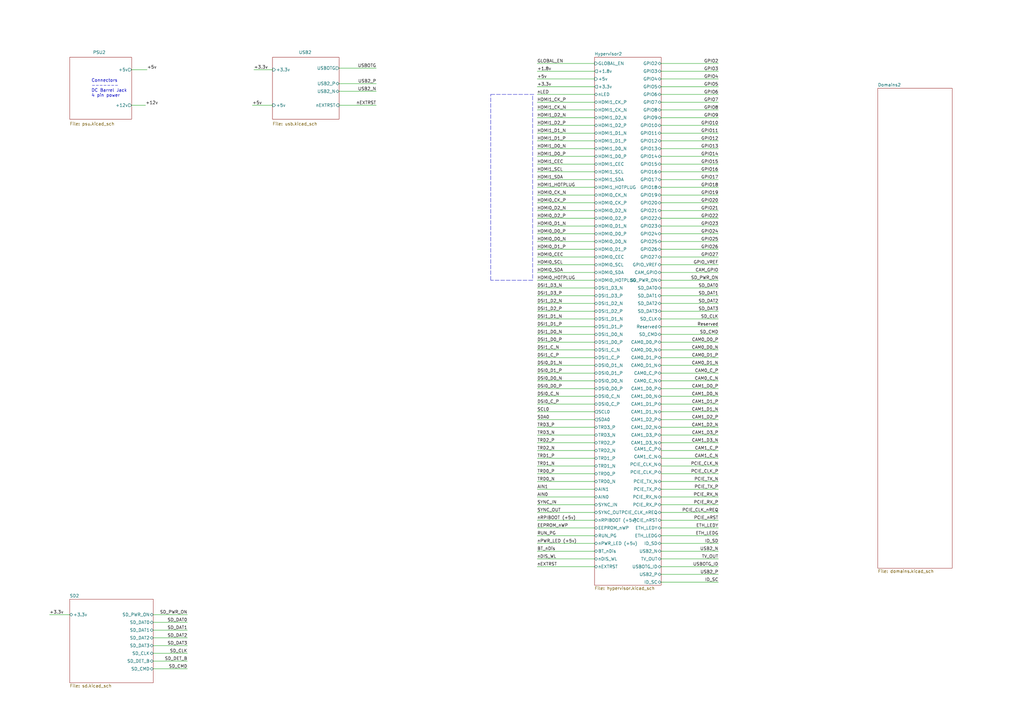
<source format=kicad_sch>
(kicad_sch (version 20210126) (generator eeschema)
  (paper "A3")
  (lib_symbols)
  (wire (pts (xy 20.32 252.095) (xy 28.575 252.095)))
  (wire (pts (xy 53.975 28.575) (xy 60.325 28.575)))
  (wire (pts (xy 53.975 43.18) (xy 59.69 43.18)))
  (wire (pts (xy 62.865 252.095) (xy 76.835 252.095)))
  (wire (pts (xy 62.865 255.27) (xy 76.835 255.27)))
  (wire (pts (xy 62.865 258.445) (xy 76.835 258.445)))
  (wire (pts (xy 62.865 261.62) (xy 76.835 261.62)))
  (wire (pts (xy 62.865 264.795) (xy 76.835 264.795)))
  (wire (pts (xy 62.865 267.97) (xy 76.835 267.97)))
  (wire (pts (xy 62.865 271.145) (xy 76.835 271.145)))
  (wire (pts (xy 62.865 274.32) (xy 76.835 274.32)))
  (wire (pts (xy 103.505 43.18) (xy 111.76 43.18)))
  (wire (pts (xy 104.14 28.575) (xy 111.76 28.575)))
  (wire (pts (xy 139.065 27.94) (xy 154.305 27.94)))
  (wire (pts (xy 139.065 34.29) (xy 154.305 34.29)))
  (wire (pts (xy 139.065 37.465) (xy 154.305 37.465)))
  (wire (pts (xy 139.065 43.18) (xy 154.305 43.18)))
  (wire (pts (xy 220.345 232.41) (xy 243.84 232.41)))
  (wire (pts (xy 243.84 26.035) (xy 220.345 26.035)))
  (wire (pts (xy 243.84 29.21) (xy 220.345 29.21)))
  (wire (pts (xy 243.84 32.385) (xy 220.345 32.385)))
  (wire (pts (xy 243.84 35.56) (xy 220.345 35.56)))
  (wire (pts (xy 243.84 38.735) (xy 220.345 38.735)))
  (wire (pts (xy 243.84 41.91) (xy 220.345 41.91)))
  (wire (pts (xy 243.84 45.085) (xy 220.345 45.085)))
  (wire (pts (xy 243.84 48.26) (xy 220.345 48.26)))
  (wire (pts (xy 243.84 51.435) (xy 220.345 51.435)))
  (wire (pts (xy 243.84 54.61) (xy 220.345 54.61)))
  (wire (pts (xy 243.84 57.785) (xy 220.345 57.785)))
  (wire (pts (xy 243.84 60.96) (xy 220.345 60.96)))
  (wire (pts (xy 243.84 64.135) (xy 220.345 64.135)))
  (wire (pts (xy 243.84 67.31) (xy 220.345 67.31)))
  (wire (pts (xy 243.84 70.485) (xy 220.345 70.485)))
  (wire (pts (xy 243.84 73.66) (xy 220.345 73.66)))
  (wire (pts (xy 243.84 76.835) (xy 220.345 76.835)))
  (wire (pts (xy 243.84 80.01) (xy 220.345 80.01)))
  (wire (pts (xy 243.84 83.185) (xy 220.345 83.185)))
  (wire (pts (xy 243.84 86.36) (xy 220.345 86.36)))
  (wire (pts (xy 243.84 89.535) (xy 220.345 89.535)))
  (wire (pts (xy 243.84 92.71) (xy 220.345 92.71)))
  (wire (pts (xy 243.84 95.885) (xy 220.345 95.885)))
  (wire (pts (xy 243.84 99.06) (xy 220.345 99.06)))
  (wire (pts (xy 243.84 102.235) (xy 220.345 102.235)))
  (wire (pts (xy 243.84 105.41) (xy 220.345 105.41)))
  (wire (pts (xy 243.84 108.585) (xy 220.345 108.585)))
  (wire (pts (xy 243.84 111.76) (xy 220.345 111.76)))
  (wire (pts (xy 243.84 114.935) (xy 220.345 114.935)))
  (wire (pts (xy 243.84 118.11) (xy 220.345 118.11)))
  (wire (pts (xy 243.84 121.285) (xy 220.345 121.285)))
  (wire (pts (xy 243.84 124.46) (xy 220.345 124.46)))
  (wire (pts (xy 243.84 127.635) (xy 220.345 127.635)))
  (wire (pts (xy 243.84 130.81) (xy 220.345 130.81)))
  (wire (pts (xy 243.84 133.985) (xy 220.345 133.985)))
  (wire (pts (xy 243.84 137.16) (xy 220.345 137.16)))
  (wire (pts (xy 243.84 140.335) (xy 220.345 140.335)))
  (wire (pts (xy 243.84 143.51) (xy 220.345 143.51)))
  (wire (pts (xy 243.84 146.685) (xy 220.345 146.685)))
  (wire (pts (xy 243.84 149.86) (xy 220.345 149.86)))
  (wire (pts (xy 243.84 153.035) (xy 220.345 153.035)))
  (wire (pts (xy 243.84 156.21) (xy 220.345 156.21)))
  (wire (pts (xy 243.84 159.385) (xy 220.345 159.385)))
  (wire (pts (xy 243.84 162.56) (xy 220.345 162.56)))
  (wire (pts (xy 243.84 165.735) (xy 220.345 165.735)))
  (wire (pts (xy 243.84 168.91) (xy 220.345 168.91)))
  (wire (pts (xy 243.84 172.085) (xy 220.345 172.085)))
  (wire (pts (xy 243.84 175.26) (xy 220.345 175.26)))
  (wire (pts (xy 243.84 178.435) (xy 220.345 178.435)))
  (wire (pts (xy 243.84 181.61) (xy 220.345 181.61)))
  (wire (pts (xy 243.84 184.785) (xy 220.345 184.785)))
  (wire (pts (xy 243.84 187.96) (xy 220.345 187.96)))
  (wire (pts (xy 243.84 191.135) (xy 220.345 191.135)))
  (wire (pts (xy 243.84 194.31) (xy 220.345 194.31)))
  (wire (pts (xy 243.84 197.485) (xy 220.345 197.485)))
  (wire (pts (xy 243.84 200.66) (xy 220.345 200.66)))
  (wire (pts (xy 243.84 203.835) (xy 220.345 203.835)))
  (wire (pts (xy 243.84 207.01) (xy 220.345 207.01)))
  (wire (pts (xy 243.84 210.185) (xy 220.345 210.185)))
  (wire (pts (xy 243.84 213.36) (xy 220.345 213.36)))
  (wire (pts (xy 243.84 216.535) (xy 220.345 216.535)))
  (wire (pts (xy 243.84 219.71) (xy 220.345 219.71)))
  (wire (pts (xy 243.84 222.885) (xy 220.345 222.885)))
  (wire (pts (xy 243.84 226.06) (xy 220.345 226.06)))
  (wire (pts (xy 243.84 229.235) (xy 220.345 229.235)))
  (wire (pts (xy 271.145 26.035) (xy 294.64 26.035)))
  (wire (pts (xy 271.145 29.21) (xy 294.64 29.21)))
  (wire (pts (xy 271.145 32.385) (xy 294.64 32.385)))
  (wire (pts (xy 271.145 35.56) (xy 294.64 35.56)))
  (wire (pts (xy 271.145 38.735) (xy 294.64 38.735)))
  (wire (pts (xy 271.145 41.91) (xy 294.64 41.91)))
  (wire (pts (xy 271.145 45.085) (xy 294.64 45.085)))
  (wire (pts (xy 271.145 48.26) (xy 294.64 48.26)))
  (wire (pts (xy 271.145 51.435) (xy 294.64 51.435)))
  (wire (pts (xy 271.145 54.61) (xy 294.64 54.61)))
  (wire (pts (xy 271.145 57.785) (xy 294.64 57.785)))
  (wire (pts (xy 271.145 60.96) (xy 294.64 60.96)))
  (wire (pts (xy 271.145 64.135) (xy 294.64 64.135)))
  (wire (pts (xy 271.145 67.31) (xy 294.64 67.31)))
  (wire (pts (xy 271.145 70.485) (xy 294.64 70.485)))
  (wire (pts (xy 271.145 73.66) (xy 294.64 73.66)))
  (wire (pts (xy 271.145 76.835) (xy 294.64 76.835)))
  (wire (pts (xy 271.145 80.01) (xy 294.64 80.01)))
  (wire (pts (xy 271.145 83.185) (xy 294.64 83.185)))
  (wire (pts (xy 271.145 86.36) (xy 294.64 86.36)))
  (wire (pts (xy 271.145 89.535) (xy 294.64 89.535)))
  (wire (pts (xy 271.145 92.71) (xy 294.64 92.71)))
  (wire (pts (xy 271.145 95.885) (xy 294.64 95.885)))
  (wire (pts (xy 271.145 99.06) (xy 294.64 99.06)))
  (wire (pts (xy 271.145 102.235) (xy 294.64 102.235)))
  (wire (pts (xy 271.145 105.41) (xy 294.64 105.41)))
  (wire (pts (xy 271.145 108.585) (xy 294.64 108.585)))
  (wire (pts (xy 271.145 111.76) (xy 294.64 111.76)))
  (wire (pts (xy 271.145 114.935) (xy 294.64 114.935)))
  (wire (pts (xy 271.145 118.11) (xy 294.64 118.11)))
  (wire (pts (xy 271.145 121.285) (xy 294.64 121.285)))
  (wire (pts (xy 271.145 124.46) (xy 294.64 124.46)))
  (wire (pts (xy 271.145 127.635) (xy 294.64 127.635)))
  (wire (pts (xy 271.145 130.81) (xy 294.64 130.81)))
  (wire (pts (xy 271.145 133.985) (xy 294.64 133.985)))
  (wire (pts (xy 271.145 137.16) (xy 294.64 137.16)))
  (wire (pts (xy 271.145 140.335) (xy 294.64 140.335)))
  (wire (pts (xy 271.145 143.51) (xy 294.64 143.51)))
  (wire (pts (xy 271.145 146.685) (xy 294.64 146.685)))
  (wire (pts (xy 271.145 149.86) (xy 294.64 149.86)))
  (wire (pts (xy 271.145 153.035) (xy 294.64 153.035)))
  (wire (pts (xy 271.145 156.21) (xy 294.64 156.21)))
  (wire (pts (xy 271.145 159.385) (xy 294.64 159.385)))
  (wire (pts (xy 271.145 162.56) (xy 294.64 162.56)))
  (wire (pts (xy 271.145 165.735) (xy 294.64 165.735)))
  (wire (pts (xy 271.145 168.91) (xy 294.64 168.91)))
  (wire (pts (xy 271.145 172.085) (xy 294.64 172.085)))
  (wire (pts (xy 271.145 175.26) (xy 294.64 175.26)))
  (wire (pts (xy 271.145 178.435) (xy 294.64 178.435)))
  (wire (pts (xy 271.145 181.61) (xy 294.64 181.61)))
  (wire (pts (xy 271.145 184.785) (xy 294.64 184.785)))
  (wire (pts (xy 271.145 187.96) (xy 294.64 187.96)))
  (wire (pts (xy 271.145 191.135) (xy 294.64 191.135)))
  (wire (pts (xy 271.145 194.31) (xy 294.64 194.31)))
  (wire (pts (xy 271.145 197.485) (xy 294.64 197.485)))
  (wire (pts (xy 271.145 200.66) (xy 294.64 200.66)))
  (wire (pts (xy 271.145 203.835) (xy 294.64 203.835)))
  (wire (pts (xy 271.145 207.01) (xy 294.64 207.01)))
  (wire (pts (xy 271.145 210.185) (xy 294.64 210.185)))
  (wire (pts (xy 271.145 213.36) (xy 294.64 213.36)))
  (wire (pts (xy 271.145 216.535) (xy 294.64 216.535)))
  (wire (pts (xy 271.145 219.71) (xy 294.64 219.71)))
  (wire (pts (xy 271.145 222.885) (xy 294.64 222.885)))
  (wire (pts (xy 271.145 226.06) (xy 294.64 226.06)))
  (wire (pts (xy 271.145 229.235) (xy 294.64 229.235)))
  (wire (pts (xy 271.145 232.41) (xy 294.64 232.41)))
  (wire (pts (xy 271.145 235.585) (xy 294.64 235.585)))
  (wire (pts (xy 271.145 238.76) (xy 294.64 238.76)))
  (polyline (pts (xy 201.295 38.735) (xy 219.075 38.735)) (stroke (width 0) (type dash)))
  (polyline (pts (xy 201.295 114.935) (xy 201.295 38.735)) (stroke (width 0) (type dash)))
  (polyline (pts (xy 218.44 39.37) (xy 218.44 114.935)) (stroke (width 0) (type dash)))
  (polyline (pts (xy 218.44 114.935) (xy 201.295 114.935)) (stroke (width 0) (type dash)))
  (text "Connectors\n-------\nDC Barrel Jack\n4 pin power" (at 37.465 40.005 0) (effects (font (size 1.27 1.27)) (justify left bottom)))
  (label "+3.3v" (at 20.32 252.095 0))
  (label "+12v" (at 59.69 43.18 0))
  (label "+5v" (at 60.325 28.575 0))
  (label "SD_PWR_ON" (at 76.835 252.095 180))
  (label "SD_DAT0" (at 76.835 255.27 180))
  (label "SD_DAT1" (at 76.835 258.445 180))
  (label "SD_DAT2" (at 76.835 261.62 180))
  (label "SD_DAT3" (at 76.835 264.795 180))
  (label "SD_CLK" (at 76.835 267.97 180))
  (label "SD_DET_B" (at 76.835 271.145 180))
  (label "SD_CMD" (at 76.835 274.32 180))
  (label "+5v" (at 103.505 43.18 0))
  (label "+3.3v" (at 104.14 28.575 0))
  (label "USBOTG" (at 154.305 27.94 180))
  (label "USB2_P" (at 154.305 34.29 180))
  (label "USB2_N" (at 154.305 37.465 180))
  (label "nEXTRST" (at 154.305 43.18 180))
  (label "GLOBAL_EN" (at 220.345 26.035 0))
  (label "+1.8v" (at 220.345 29.21 0))
  (label "+5v" (at 220.345 32.385 0))
  (label "+3.3v" (at 220.345 35.56 0))
  (label "nLED" (at 220.345 38.735 0))
  (label "HDMI1_CK_P" (at 220.345 41.91 0))
  (label "HDMI1_CK_N" (at 220.345 45.085 0))
  (label "HDMI1_D2_N" (at 220.345 48.26 0))
  (label "HDMI1_D2_P" (at 220.345 51.435 0))
  (label "HDMI1_D1_N" (at 220.345 54.61 0))
  (label "HDMI1_D1_P" (at 220.345 57.785 0))
  (label "HDMI1_D0_N" (at 220.345 60.96 0))
  (label "HDMI1_D0_P" (at 220.345 64.135 0))
  (label "HDMI1_CEC" (at 220.345 67.31 0))
  (label "HDMI1_SCL" (at 220.345 70.485 0))
  (label "HDMI1_SDA" (at 220.345 73.66 0))
  (label "HDMI1_HOTPLUG" (at 220.345 76.835 0))
  (label "HDMI0_CK_N" (at 220.345 80.01 0))
  (label "HDMI0_CK_P" (at 220.345 83.185 0))
  (label "HDMI0_D2_N" (at 220.345 86.36 0))
  (label "HDMI0_D2_P" (at 220.345 89.535 0))
  (label "HDMI0_D1_N" (at 220.345 92.71 0))
  (label "HDMI0_D0_P" (at 220.345 95.885 0))
  (label "HDMI0_D0_N" (at 220.345 99.06 0))
  (label "HDMI0_D1_P" (at 220.345 102.235 0))
  (label "HDMI0_CEC" (at 220.345 105.41 0))
  (label "HDMI0_SCL" (at 220.345 108.585 0))
  (label "HDMI0_SDA" (at 220.345 111.76 0))
  (label "HDMI0_HOTPLUG" (at 220.345 114.935 0))
  (label "DSI1_D3_N" (at 220.345 118.11 0))
  (label "DSI1_D3_P" (at 220.345 121.285 0))
  (label "DSI1_D2_N" (at 220.345 124.46 0))
  (label "DSI1_D2_P" (at 220.345 127.635 0))
  (label "DSI1_D1_N" (at 220.345 130.81 0))
  (label "DSI1_D1_P" (at 220.345 133.985 0))
  (label "DSI1_D0_N" (at 220.345 137.16 0))
  (label "DSI1_D0_P" (at 220.345 140.335 0))
  (label "DSI1_C_N" (at 220.345 143.51 0))
  (label "DSI1_C_P" (at 220.345 146.685 0))
  (label "DSI0_D1_N" (at 220.345 149.86 0))
  (label "DSI0_D1_P" (at 220.345 153.035 0))
  (label "DSI0_D0_N" (at 220.345 156.21 0))
  (label "DSI0_D0_P" (at 220.345 159.385 0))
  (label "DSI0_C_N" (at 220.345 162.56 0))
  (label "DSI0_C_P" (at 220.345 165.735 0))
  (label "SCL0" (at 220.345 168.91 0))
  (label "SDA0" (at 220.345 172.085 0))
  (label "TRD3_P" (at 220.345 175.26 0))
  (label "TRD3_N" (at 220.345 178.435 0))
  (label "TRD2_P" (at 220.345 181.61 0))
  (label "TRD2_N" (at 220.345 184.785 0))
  (label "TRD1_P" (at 220.345 187.96 0))
  (label "TRD1_N" (at 220.345 191.135 0))
  (label "TRD0_P" (at 220.345 194.31 0))
  (label "TRD0_N" (at 220.345 197.485 0))
  (label "AIN1" (at 220.345 200.66 0))
  (label "AIN0" (at 220.345 203.835 0))
  (label "SYNC_IN" (at 220.345 207.01 0))
  (label "SYNC_OUT" (at 220.345 210.185 0))
  (label "nRPIBOOT (+5v)" (at 220.345 213.36 0))
  (label "EEPROM_nWP" (at 220.345 216.535 0))
  (label "RUN_PG" (at 220.345 219.71 0))
  (label "nPWR_LED (+5v)" (at 220.345 222.885 0))
  (label "BT_nDis" (at 220.345 226.06 0))
  (label "nDIS_WL" (at 220.345 229.235 0))
  (label "nEXTRST" (at 220.345 232.41 0))
  (label "GPIO2" (at 294.64 26.035 180))
  (label "GPIO3" (at 294.64 29.21 180))
  (label "GPIO4" (at 294.64 32.385 180))
  (label "GPIO5" (at 294.64 35.56 180))
  (label "GPIO6" (at 294.64 38.735 180))
  (label "GPIO7" (at 294.64 41.91 180))
  (label "GPIO8" (at 294.64 45.085 180))
  (label "GPIO9" (at 294.64 48.26 180))
  (label "GPIO10" (at 294.64 51.435 180))
  (label "GPIO11" (at 294.64 54.61 180))
  (label "GPIO12" (at 294.64 57.785 180))
  (label "GPIO13" (at 294.64 60.96 180))
  (label "GPIO14" (at 294.64 64.135 180))
  (label "GPIO15" (at 294.64 67.31 180))
  (label "GPIO16" (at 294.64 70.485 180))
  (label "GPIO17" (at 294.64 73.66 180))
  (label "GPIO18" (at 294.64 76.835 180))
  (label "GPIO19" (at 294.64 80.01 180))
  (label "GPIO20" (at 294.64 83.185 180))
  (label "GPIO21" (at 294.64 86.36 180))
  (label "GPIO22" (at 294.64 89.535 180))
  (label "GPIO23" (at 294.64 92.71 180))
  (label "GPIO24" (at 294.64 95.885 180))
  (label "GPIO25" (at 294.64 99.06 180))
  (label "GPIO26" (at 294.64 102.235 180))
  (label "GPIO27" (at 294.64 105.41 180))
  (label "GPIO_VREF" (at 294.64 108.585 180))
  (label "CAM_GPIO" (at 294.64 111.76 180))
  (label "SD_PWR_ON" (at 294.64 114.935 180))
  (label "SD_DAT0" (at 294.64 118.11 180))
  (label "SD_DAT1" (at 294.64 121.285 180))
  (label "SD_DAT2" (at 294.64 124.46 180))
  (label "SD_DAT3" (at 294.64 127.635 180))
  (label "SD_CLK" (at 294.64 130.81 180))
  (label "Reserved" (at 294.64 133.985 180))
  (label "SD_CMD" (at 294.64 137.16 180))
  (label "CAM0_D0_P" (at 294.64 140.335 180))
  (label "CAM0_D0_N" (at 294.64 143.51 180))
  (label "CAM0_D1_P" (at 294.64 146.685 180))
  (label "CAM0_D1_N" (at 294.64 149.86 180))
  (label "CAM0_C_P" (at 294.64 153.035 180))
  (label "CAM0_C_N" (at 294.64 156.21 180))
  (label "CAM1_D0_P" (at 294.64 159.385 180))
  (label "CAM1_D0_N" (at 294.64 162.56 180))
  (label "CAM1_D1_P" (at 294.64 165.735 180))
  (label "CAM1_D1_N" (at 294.64 168.91 180))
  (label "CAM1_D2_P" (at 294.64 172.085 180))
  (label "CAM1_D2_N" (at 294.64 175.26 180))
  (label "CAM1_D3_P" (at 294.64 178.435 180))
  (label "CAM1_D3_N" (at 294.64 181.61 180))
  (label "CAM1_C_P" (at 294.64 184.785 180))
  (label "CAM1_C_N" (at 294.64 187.96 180))
  (label "PCIE_CLK_N" (at 294.64 191.135 180))
  (label "PCIE_CLK_P" (at 294.64 194.31 180))
  (label "PCIE_TX_N" (at 294.64 197.485 180))
  (label "PCIE_TX_P" (at 294.64 200.66 180))
  (label "PCIE_RX_N" (at 294.64 203.835 180))
  (label "PCIE_RX_P" (at 294.64 207.01 180))
  (label "PCIE_CLK_nREQ" (at 294.64 210.185 180))
  (label "PCIE_nRST" (at 294.64 213.36 180))
  (label "ETH_LEDY" (at 294.64 216.535 180))
  (label "ETH_LEDG" (at 294.64 219.71 180))
  (label "ID_SD" (at 294.64 222.885 180))
  (label "USB2_N" (at 294.64 226.06 180))
  (label "TV_OUT" (at 294.64 229.235 180))
  (label "USBOTG_ID" (at 294.64 232.41 180))
  (label "USB2_P" (at 294.64 235.585 180))
  (label "ID_SC" (at 294.64 238.76 180))
  (sheet (at 360.045 36.195) (size 30.48 196.85) (stroke (width 0.0006))
    (property "Sheet name" "Domains2" (at 360.045 35.5593 0) (effects (justify left bottom)))
    (property "Sheet file" "domains.kicad_sch" (at 360.045 233.5537 0) (effects (justify left top)))
  )
  (sheet (at 243.84 23.495) (size 27.305 216.535) (stroke (width 0.0006))
    (property "Sheet name" "Hypervisor2" (at 243.84 22.8593 0) (effects (justify left bottom)))
    (property "Sheet file" "hypervisor.kicad_sch" (at 243.84 240.5387 0) (effects (justify left top)))
    (pin "HDMI1_HOTPLUG" bidirectional (at 243.84 76.835 180))
    (pin "HDMI1_D0_P" bidirectional (at 243.84 64.135 180))
    (pin "HDMI1_CEC" bidirectional (at 243.84 67.31 180))
    (pin "HDMI1_SDA" bidirectional (at 243.84 73.66 180))
    (pin "HDMI0_CK_N" bidirectional (at 243.84 80.01 180))
    (pin "HDMI1_SCL" bidirectional (at 243.84 70.485 180))
    (pin "HDMI0_D2_P" bidirectional (at 243.84 89.535 180))
    (pin "HDMI0_D1_N" bidirectional (at 243.84 92.71 180))
    (pin "HDMI0_D0_N" bidirectional (at 243.84 99.06 180))
    (pin "HDMI0_D2_N" bidirectional (at 243.84 86.36 180))
    (pin "HDMI0_CK_P" bidirectional (at 243.84 83.185 180))
    (pin "HDMI0_D0_P" bidirectional (at 243.84 95.885 180))
    (pin "HDMI0_D1_P" bidirectional (at 243.84 102.235 180))
    (pin "HDMI0_SCL" bidirectional (at 243.84 108.585 180))
    (pin "HDMI0_CEC" bidirectional (at 243.84 105.41 180))
    (pin "HDMI0_HOTPLUG" bidirectional (at 243.84 114.935 180))
    (pin "HDMI0_SDA" bidirectional (at 243.84 111.76 180))
    (pin "HDMI1_CK_N" bidirectional (at 243.84 45.085 180))
    (pin "HDMI1_D0_N" bidirectional (at 243.84 60.96 180))
    (pin "HDMI1_D1_P" bidirectional (at 243.84 57.785 180))
    (pin "HDMI1_D1_N" bidirectional (at 243.84 54.61 180))
    (pin "HDMI1_D2_N" bidirectional (at 243.84 48.26 180))
    (pin "HDMI1_D2_P" bidirectional (at 243.84 51.435 180))
    (pin "HDMI1_CK_P" bidirectional (at 243.84 41.91 180))
    (pin "nLED" bidirectional (at 243.84 38.735 180))
    (pin "+3.3v" output (at 243.84 35.56 180))
    (pin "+5v" input (at 243.84 32.385 180))
    (pin "+1.8v" output (at 243.84 29.21 180))
    (pin "GLOBAL_EN" input (at 243.84 26.035 180))
    (pin "TRD2_N" bidirectional (at 243.84 184.785 180))
    (pin "TRD3_N" bidirectional (at 243.84 178.435 180))
    (pin "SDA0" output (at 243.84 172.085 180))
    (pin "TRD2_P" bidirectional (at 243.84 181.61 180))
    (pin "TRD3_P" bidirectional (at 243.84 175.26 180))
    (pin "SCL0" output (at 243.84 168.91 180))
    (pin "DSI0_D0_P" bidirectional (at 243.84 159.385 180))
    (pin "DSI0_D0_N" bidirectional (at 243.84 156.21 180))
    (pin "DSI0_C_N" bidirectional (at 243.84 162.56 180))
    (pin "DSI0_C_P" bidirectional (at 243.84 165.735 180))
    (pin "DSI0_D1_P" bidirectional (at 243.84 153.035 180))
    (pin "DSI0_D1_N" bidirectional (at 243.84 149.86 180))
    (pin "DSI1_C_N" bidirectional (at 243.84 143.51 180))
    (pin "DSI1_D0_P" bidirectional (at 243.84 140.335 180))
    (pin "DSI1_C_P" bidirectional (at 243.84 146.685 180))
    (pin "DSI1_D0_N" bidirectional (at 243.84 137.16 180))
    (pin "DSI1_D1_P" bidirectional (at 243.84 133.985 180))
    (pin "DSI1_D1_N" bidirectional (at 243.84 130.81 180))
    (pin "DSI1_D2_P" bidirectional (at 243.84 127.635 180))
    (pin "DSI1_D2_N" bidirectional (at 243.84 124.46 180))
    (pin "DSI1_D3_P" bidirectional (at 243.84 121.285 180))
    (pin "DSI1_D3_N" bidirectional (at 243.84 118.11 180))
    (pin "AIN1" bidirectional (at 243.84 200.66 180))
    (pin "TRD1_N" bidirectional (at 243.84 191.135 180))
    (pin "TRD0_N" bidirectional (at 243.84 197.485 180))
    (pin "AIN0" bidirectional (at 243.84 203.835 180))
    (pin "TRD0_P" bidirectional (at 243.84 194.31 180))
    (pin "TRD1_P" bidirectional (at 243.84 187.96 180))
    (pin "EEPROM_nWP" bidirectional (at 243.84 216.535 180))
    (pin "SYNC_IN" bidirectional (at 243.84 207.01 180))
    (pin "SYNC_OUT" bidirectional (at 243.84 210.185 180))
    (pin "nRPIBOOT (+5v)" bidirectional (at 243.84 213.36 180))
    (pin "BT_nDis" bidirectional (at 243.84 226.06 180))
    (pin "RUN_PG" bidirectional (at 243.84 219.71 180))
    (pin "nPWR_LED (+5v)" bidirectional (at 243.84 222.885 180))
    (pin "nDIS_WL" bidirectional (at 243.84 229.235 180))
    (pin "nEXTRST" bidirectional (at 243.84 232.41 180))
    (pin "GPIO16" bidirectional (at 271.145 70.485 0))
    (pin "GPIO19" bidirectional (at 271.145 80.01 0))
    (pin "GPIO18" bidirectional (at 271.145 76.835 0))
    (pin "GPIO17" bidirectional (at 271.145 73.66 0))
    (pin "GPIO11" bidirectional (at 271.145 54.61 0))
    (pin "GPIO14" bidirectional (at 271.145 64.135 0))
    (pin "GPIO12" bidirectional (at 271.145 57.785 0))
    (pin "GPIO13" bidirectional (at 271.145 60.96 0))
    (pin "GPIO10" bidirectional (at 271.145 51.435 0))
    (pin "GPIO15" bidirectional (at 271.145 67.31 0))
    (pin "GPIO9" bidirectional (at 271.145 48.26 0))
    (pin "GPIO21" bidirectional (at 271.145 86.36 0))
    (pin "GPIO22" bidirectional (at 271.145 89.535 0))
    (pin "GPIO24" bidirectional (at 271.145 95.885 0))
    (pin "GPIO23" bidirectional (at 271.145 92.71 0))
    (pin "GPIO20" bidirectional (at 271.145 83.185 0))
    (pin "GPIO25" bidirectional (at 271.145 99.06 0))
    (pin "GPIO4" bidirectional (at 271.145 32.385 0))
    (pin "GPIO6" bidirectional (at 271.145 38.735 0))
    (pin "GPIO5" bidirectional (at 271.145 35.56 0))
    (pin "GPIO2" bidirectional (at 271.145 26.035 0))
    (pin "GPIO3" bidirectional (at 271.145 29.21 0))
    (pin "GPIO7" bidirectional (at 271.145 41.91 0))
    (pin "GPIO8" bidirectional (at 271.145 45.085 0))
    (pin "SD_DAT0" bidirectional (at 271.145 118.11 0))
    (pin "SD_DAT1" bidirectional (at 271.145 121.285 0))
    (pin "SD_DAT2" bidirectional (at 271.145 124.46 0))
    (pin "SD_DAT3" bidirectional (at 271.145 127.635 0))
    (pin "SD_PWR_ON" bidirectional (at 271.145 114.935 0))
    (pin "SD_CLK" bidirectional (at 271.145 130.81 0))
    (pin "Reserved" bidirectional (at 271.145 133.985 0))
    (pin "SD_CMD" bidirectional (at 271.145 137.16 0))
    (pin "GPIO27" bidirectional (at 271.145 105.41 0))
    (pin "GPIO26" bidirectional (at 271.145 102.235 0))
    (pin "GPIO_VREF" bidirectional (at 271.145 108.585 0))
    (pin "CAM_GPIO" bidirectional (at 271.145 111.76 0))
    (pin "CAM1_D1_P" bidirectional (at 271.145 165.735 0))
    (pin "CAM1_D0_P" bidirectional (at 271.145 159.385 0))
    (pin "CAM1_D1_N" bidirectional (at 271.145 168.91 0))
    (pin "CAM1_D2_P" bidirectional (at 271.145 172.085 0))
    (pin "CAM1_D0_N" bidirectional (at 271.145 162.56 0))
    (pin "CAM1_D2_N" bidirectional (at 271.145 175.26 0))
    (pin "CAM0_C_P" bidirectional (at 271.145 153.035 0))
    (pin "CAM0_D1_P" bidirectional (at 271.145 146.685 0))
    (pin "CAM0_D1_N" bidirectional (at 271.145 149.86 0))
    (pin "CAM0_C_N" bidirectional (at 271.145 156.21 0))
    (pin "CAM0_D0_P" bidirectional (at 271.145 140.335 0))
    (pin "CAM0_D0_N" bidirectional (at 271.145 143.51 0))
    (pin "PCIE_RX_N" bidirectional (at 271.145 203.835 0))
    (pin "PCIE_RX_P" bidirectional (at 271.145 207.01 0))
    (pin "PCIE_CLK_nREQ" bidirectional (at 271.145 210.185 0))
    (pin "PCIE_TX_N" bidirectional (at 271.145 197.485 0))
    (pin "PCIE_TX_P" bidirectional (at 271.145 200.66 0))
    (pin "CAM1_C_N" bidirectional (at 271.145 187.325 0))
    (pin "PCIE_CLK_P" bidirectional (at 271.145 193.675 0))
    (pin "PCIE_CLK_N" bidirectional (at 271.145 190.5 0))
    (pin "CAM1_D3_N" bidirectional (at 271.145 181.61 0))
    (pin "CAM1_D3_P" bidirectional (at 271.145 178.435 0))
    (pin "CAM1_C_P" bidirectional (at 271.145 184.15 0))
    (pin "ETH_LEDG" bidirectional (at 271.145 219.71 0))
    (pin "ID_SD" bidirectional (at 271.145 222.885 0))
    (pin "ETH_LEDY" bidirectional (at 271.145 216.535 0))
    (pin "PCIE_nRST" bidirectional (at 271.145 213.36 0))
    (pin "USB2_N" bidirectional (at 271.145 226.06 0))
    (pin "TV_OUT" bidirectional (at 271.145 229.235 0))
    (pin "USBOTG_ID" bidirectional (at 271.145 232.41 0))
    (pin "USB2_P" bidirectional (at 271.145 235.585 0))
    (pin "ID_SC" bidirectional (at 271.145 238.76 0))
  )
  (sheet (at 28.575 23.495) (size 25.4 25.4) (stroke (width 0.0006))
    (property "Sheet name" "PSU2" (at 38.1 22.2243 0) (effects (justify left bottom)))
    (property "Sheet file" "psu.kicad_sch" (at 28.575 50.0387 0) (effects (justify left top)))
    (pin "+5v" output (at 53.975 28.575 0))
    (pin "+12v" output (at 53.975 43.18 0))
  )
  (sheet (at 28.575 245.745) (size 34.29 34.29) (stroke (width 0.0006))
    (property "Sheet name" "SD2" (at 28.575 245.1093 0) (effects (justify left bottom)))
    (property "Sheet file" "sd.kicad_sch" (at 28.575 280.5437 0) (effects (justify left top)))
    (pin "SD_PWR_ON" bidirectional (at 62.865 252.095 0))
    (pin "SD_DAT1" bidirectional (at 62.865 258.445 0))
    (pin "SD_DAT0" bidirectional (at 62.865 255.27 0))
    (pin "SD_CLK" bidirectional (at 62.865 267.97 0))
    (pin "SD_DAT2" bidirectional (at 62.865 261.62 0))
    (pin "SD_DET_B" bidirectional (at 62.865 271.145 0))
    (pin "+3.3v" bidirectional (at 28.575 252.095 180))
    (pin "SD_CMD" bidirectional (at 62.865 274.32 0))
    (pin "SD_DAT3" bidirectional (at 62.865 264.795 0))
  )
  (sheet (at 111.76 23.495) (size 27.305 25.4) (stroke (width 0.0006))
    (property "Sheet name" "USB2" (at 122.555 22.2243 0) (effects (justify left bottom)))
    (property "Sheet file" "usb.kicad_sch" (at 111.76 50.0387 0) (effects (justify left top)))
    (pin "+3.3v" input (at 111.76 28.575 180))
    (pin "USBOTG" output (at 139.065 27.94 0))
    (pin "USB2_P" bidirectional (at 139.065 34.29 0))
    (pin "USB2_N" bidirectional (at 139.065 37.465 0))
    (pin "nEXTRST" input (at 139.065 43.18 0))
    (pin "+5v" input (at 111.76 43.18 180))
  )
)
</source>
